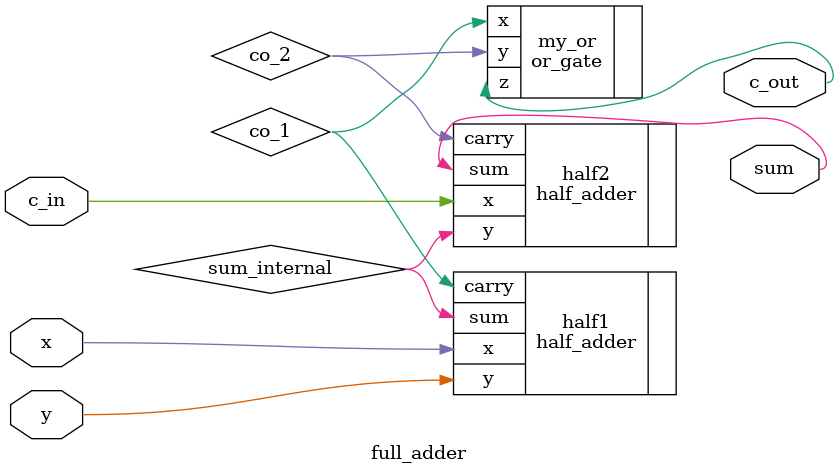
<source format=v>
`timescale 1ns / 1ps

module full_adder(input wire x, input wire y, input wire c_in, output wire sum, output wire c_out);

//input x, y, c_in;
//output sum, c_out;
wire co_1, co_2; //wires for internal carry out
wire sum_internal; //wire for sum from first adder

half_adder half1(.x(x), .y(y), .sum(sum_internal), .carry(co_1)); //half adder 1
half_adder half2(.x(c_in), .y(sum_internal), .sum(sum), .carry(co_2)); //half adder 2
or_gate my_or(.x(co_1), .y(co_2), .z(c_out));

endmodule

</source>
